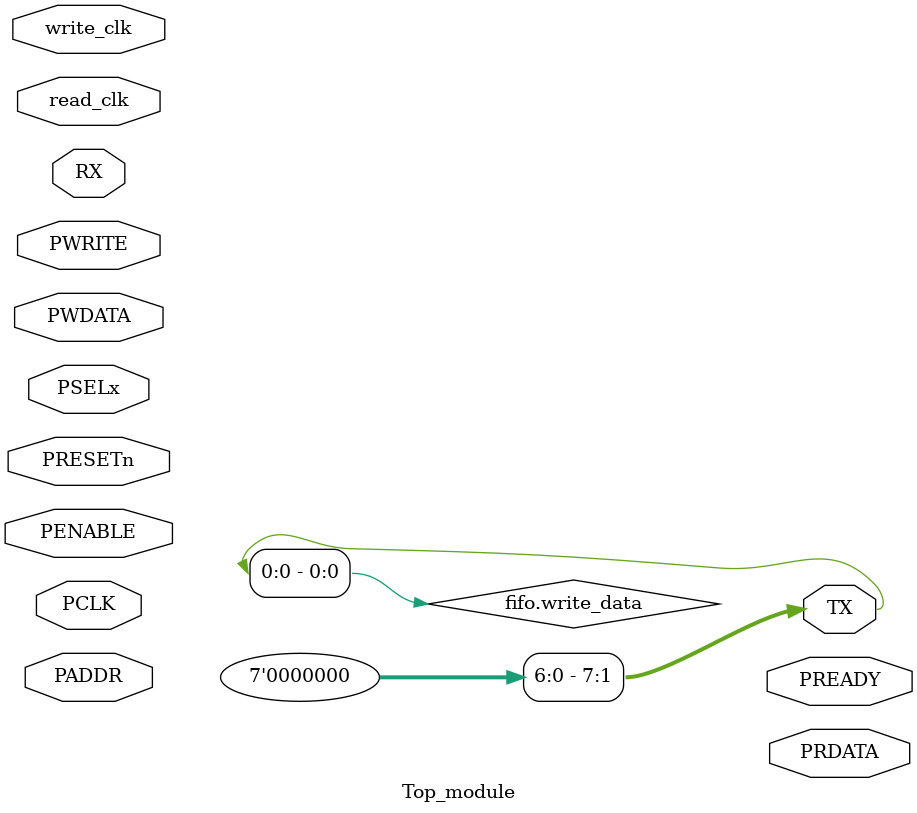
<source format=v>
module Top_module
    #(parameter data_size = 8,parameter address_size = 3)  
    (
        // Inputs
        input                       PCLK,
        input                       PRESETn,
        input                       PENABLE,
        input                       PSELx,
        input                       PWRITE,
        input [6:0]                 PADDR,
        input [data_size - 1:0]     PWDATA,
        input                       write_clk,
        input                       read_clk,
        input [7:0]                 RX,

        // Outputs
        output [data_size - 1:0]    TX,
        output [data_size - 1:0]    PRDATA,
        output                      PREADY
    );
    
    // Internal wires
    wire [data_size - 1:0]          prescale_reg;
    wire [data_size - 1:0]          command_reg;
    wire [data_size - 1:0]          status_reg;
    wire [data_size - 1:0]          transmit_reg;
    wire [data_size - 1:0]          receive_reg;
    wire [data_size - 1:0]          address_reg;
    wire [address_size - 1:0]       read_address;
    assign TX = fifo.write_data;

    FIFO_top #(data_size, address_size) fifo
    (
        .write_data                 (transmit_reg),
        .write_clk                  (write_clk),
        .read_clk                   (read_clk),
        .write_reset_n              (command_reg[6]),
        .read_reset_n               (command_reg[6]),
        .write_increment            (command_reg[7]),
        .read_increment             (command_reg[7]),
        .write_full                 (status_reg[4]),
        .read_empty                 (status_reg[5])
    );

    apb apb_slave
    (
        .PCLK(PCLK),
        .PRESETn(PRESETn),
        .PENABLE(PENABLE),
        .PSELx(PSELx),
        .PWRITE(PWRITE),
        .PADDR(PADDR),
        .PWDATA(PWDATA),
        
        .prescale_reg(prescale_reg),
        .command_reg(command_reg),
        .status_reg(status_reg),
        .transmit_reg(transmit_reg),
        .receive_reg(receive_reg),
        .address_reg(address_reg)
    );
endmodule
</source>
